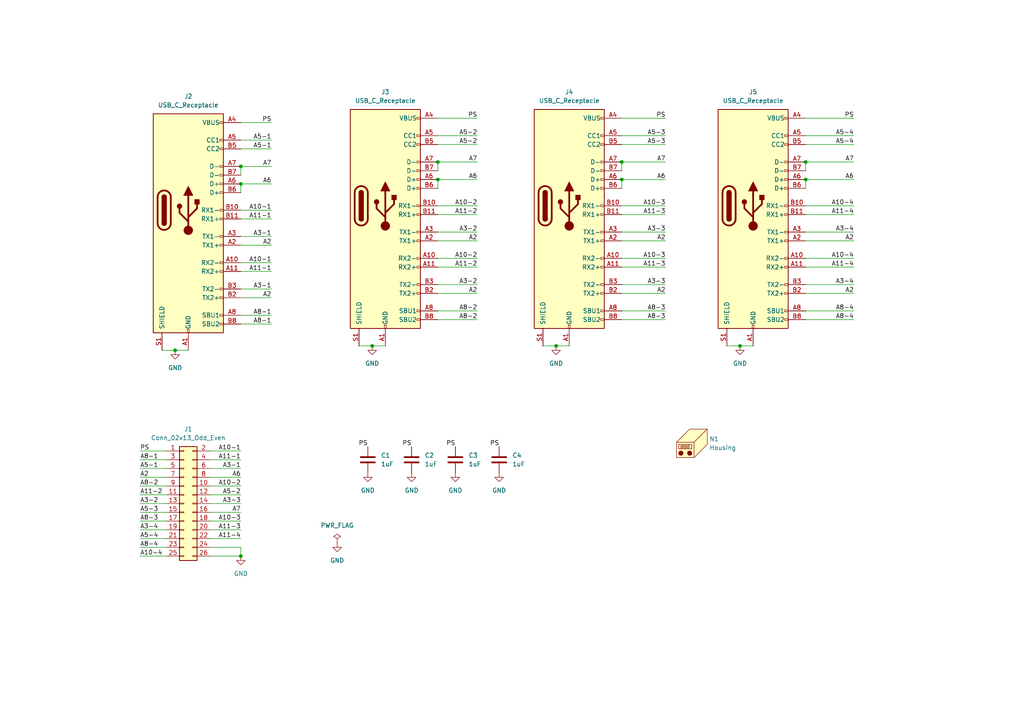
<source format=kicad_sch>
(kicad_sch (version 20211123) (generator eeschema)
  (paper "A4")
  (lib_symbols
    (symbol "Connector:USB_C_Receptacle" (pin_names (offset 1.016))
      (property "Reference" "J" (at -10.16 29.21 0))
      (property "Value" "USB_C_Receptacle" (at 10.16 29.21 0))
      (symbol "USB_C_Receptacle_0_0"
        (rectangle (start -0.254 -35.56) (end 0.254 -34.544))
        (rectangle (start 10.16 -32.766) (end 9.144 -33.274))
        (rectangle (start 10.16 -30.226) (end 9.144 -30.734))
        (rectangle (start 10.16 -25.146) (end 9.144 -25.654))
        (rectangle (start 10.16 -22.606) (end 9.144 -23.114))
        (rectangle (start 10.16 -17.526) (end 9.144 -18.034))
        (rectangle (start 10.16 -14.986) (end 9.144 -15.494))
        (rectangle (start 10.16 -9.906) (end 9.144 -10.414))
        (rectangle (start 10.16 -7.366) (end 9.144 -7.874))
        (rectangle (start 10.16 -2.286) (end 9.144 -2.794))
        (rectangle (start 10.16 0.254) (end 9.144 -0.254))
        (rectangle (start 10.16 5.334) (end 9.144 4.826))
        (rectangle (start 10.16 7.874) (end 9.144 7.366))
        (rectangle (start 10.16 10.414) (end 9.144 9.906))
        (rectangle (start 10.16 12.954) (end 9.144 12.446))
        (rectangle (start 10.16 18.034) (end 9.144 17.526))
        (rectangle (start 10.16 20.574) (end 9.144 20.066))
        (rectangle (start 10.16 25.654) (end 9.144 25.146))
      )
      (symbol "USB_C_Receptacle_0_1"
        (rectangle (start -10.16 27.94) (end 10.16 -35.56) (stroke (width 0.254)) (fill (type background)))
        (arc (start -8.89 -3.81) (mid -6.985 -5.715) (end -5.08 -3.81) (stroke (width 0.508)))
        (arc (start -7.62 -3.81) (mid -6.985 -4.445) (end -6.35 -3.81) (stroke (width 0.254)))
        (arc (start -7.62 -3.81) (mid -6.985 -4.445) (end -6.35 -3.81) (stroke (width 0.254)) (fill (type outline)))
        (rectangle (start -7.62 -3.81) (end -6.35 3.81) (stroke (width 0.254)) (fill (type outline)))
        (arc (start -6.35 3.81) (mid -6.985 4.445) (end -7.62 3.81) (stroke (width 0.254)))
        (arc (start -6.35 3.81) (mid -6.985 4.445) (end -7.62 3.81) (stroke (width 0.254)) (fill (type outline)))
        (arc (start -5.08 3.81) (mid -6.985 5.715) (end -8.89 3.81) (stroke (width 0.508)))
        (polyline (pts (xy -8.89 -3.81) (xy -8.89 3.81)) (stroke (width 0.508)))
        (polyline (pts (xy -5.08 3.81) (xy -5.08 -3.81)) (stroke (width 0.508)))
      )
      (symbol "USB_C_Receptacle_1_1"
        (circle (center -2.54 1.143) (radius 0.635) (stroke (width 0.254)) (fill (type outline)))
        (circle (center 0 -5.842) (radius 1.27) (fill (type outline)))
        (polyline (pts (xy 0 -5.842) (xy 0 4.318)) (stroke (width 0.508)))
        (polyline (pts (xy 0 -3.302) (xy -2.54 -0.762) (xy -2.54 0.508)) (stroke (width 0.508)))
        (polyline (pts (xy 0 -2.032) (xy 2.54 0.508) (xy 2.54 1.778)) (stroke (width 0.508)))
        (polyline (pts (xy -1.27 4.318) (xy 0 6.858) (xy 1.27 4.318) (xy -1.27 4.318)) (stroke (width 0.254)) (fill (type outline)))
        (rectangle (start 1.905 1.778) (end 3.175 3.048) (stroke (width 0.254)) (fill (type outline)))
        (pin passive line (at 0 -40.64 90) (length 5.08) (name "GND") (number "A1"))
        (pin bidirectional line (at 15.24 -15.24 180) (length 5.08) (name "RX2-") (number "A10"))
        (pin bidirectional line (at 15.24 -17.78 180) (length 5.08) (name "RX2+") (number "A11"))
        (pin passive line (at 0 -40.64 90) (length 5.08) hide (name "GND") (number "A12"))
        (pin bidirectional line (at 15.24 -10.16 180) (length 5.08) (name "TX1+") (number "A2"))
        (pin bidirectional line (at 15.24 -7.62 180) (length 5.08) (name "TX1-") (number "A3"))
        (pin passive line (at 15.24 25.4 180) (length 5.08) (name "VBUS") (number "A4"))
        (pin bidirectional line (at 15.24 20.32 180) (length 5.08) (name "CC1") (number "A5"))
        (pin bidirectional line (at 15.24 7.62 180) (length 5.08) (name "D+") (number "A6"))
        (pin bidirectional line (at 15.24 12.7 180) (length 5.08) (name "D-") (number "A7"))
        (pin bidirectional line (at 15.24 -30.48 180) (length 5.08) (name "SBU1") (number "A8"))
        (pin passive line (at 15.24 25.4 180) (length 5.08) hide (name "VBUS") (number "A9"))
        (pin passive line (at 0 -40.64 90) (length 5.08) hide (name "GND") (number "B1"))
        (pin bidirectional line (at 15.24 0 180) (length 5.08) (name "RX1-") (number "B10"))
        (pin bidirectional line (at 15.24 -2.54 180) (length 5.08) (name "RX1+") (number "B11"))
        (pin passive line (at 0 -40.64 90) (length 5.08) hide (name "GND") (number "B12"))
        (pin bidirectional line (at 15.24 -25.4 180) (length 5.08) (name "TX2+") (number "B2"))
        (pin bidirectional line (at 15.24 -22.86 180) (length 5.08) (name "TX2-") (number "B3"))
        (pin passive line (at 15.24 25.4 180) (length 5.08) hide (name "VBUS") (number "B4"))
        (pin bidirectional line (at 15.24 17.78 180) (length 5.08) (name "CC2") (number "B5"))
        (pin bidirectional line (at 15.24 5.08 180) (length 5.08) (name "D+") (number "B6"))
        (pin bidirectional line (at 15.24 10.16 180) (length 5.08) (name "D-") (number "B7"))
        (pin bidirectional line (at 15.24 -33.02 180) (length 5.08) (name "SBU2") (number "B8"))
        (pin passive line (at 15.24 25.4 180) (length 5.08) hide (name "VBUS") (number "B9"))
        (pin passive line (at -7.62 -40.64 90) (length 5.08) (name "SHIELD") (number "S1"))
      )
    )
    (symbol "Connector_Generic:Conn_02x13_Odd_Even" (pin_names (offset 1.016) hide)
      (property "Reference" "J" (at 1.27 17.78 0))
      (property "Value" "Conn_02x13_Odd_Even" (at 1.27 -17.78 0))
      (symbol "Conn_02x13_Odd_Even_1_1"
        (rectangle (start -1.27 -15.113) (end 0 -15.367) (stroke (width 0.1524)))
        (rectangle (start -1.27 -12.573) (end 0 -12.827) (stroke (width 0.1524)))
        (rectangle (start -1.27 -10.033) (end 0 -10.287) (stroke (width 0.1524)))
        (rectangle (start -1.27 -7.493) (end 0 -7.747) (stroke (width 0.1524)))
        (rectangle (start -1.27 -4.953) (end 0 -5.207) (stroke (width 0.1524)))
        (rectangle (start -1.27 -2.413) (end 0 -2.667) (stroke (width 0.1524)))
        (rectangle (start -1.27 0.127) (end 0 -0.127) (stroke (width 0.1524)))
        (rectangle (start -1.27 2.667) (end 0 2.413) (stroke (width 0.1524)))
        (rectangle (start -1.27 5.207) (end 0 4.953) (stroke (width 0.1524)))
        (rectangle (start -1.27 7.747) (end 0 7.493) (stroke (width 0.1524)))
        (rectangle (start -1.27 10.287) (end 0 10.033) (stroke (width 0.1524)))
        (rectangle (start -1.27 12.827) (end 0 12.573) (stroke (width 0.1524)))
        (rectangle (start -1.27 15.367) (end 0 15.113) (stroke (width 0.1524)))
        (rectangle (start -1.27 16.51) (end 3.81 -16.51) (stroke (width 0.254)) (fill (type background)))
        (rectangle (start 3.81 -15.113) (end 2.54 -15.367) (stroke (width 0.1524)))
        (rectangle (start 3.81 -12.573) (end 2.54 -12.827) (stroke (width 0.1524)))
        (rectangle (start 3.81 -10.033) (end 2.54 -10.287) (stroke (width 0.1524)))
        (rectangle (start 3.81 -7.493) (end 2.54 -7.747) (stroke (width 0.1524)))
        (rectangle (start 3.81 -4.953) (end 2.54 -5.207) (stroke (width 0.1524)))
        (rectangle (start 3.81 -2.413) (end 2.54 -2.667) (stroke (width 0.1524)))
        (rectangle (start 3.81 0.127) (end 2.54 -0.127) (stroke (width 0.1524)))
        (rectangle (start 3.81 2.667) (end 2.54 2.413) (stroke (width 0.1524)))
        (rectangle (start 3.81 5.207) (end 2.54 4.953) (stroke (width 0.1524)))
        (rectangle (start 3.81 7.747) (end 2.54 7.493) (stroke (width 0.1524)))
        (rectangle (start 3.81 10.287) (end 2.54 10.033) (stroke (width 0.1524)))
        (rectangle (start 3.81 12.827) (end 2.54 12.573) (stroke (width 0.1524)))
        (rectangle (start 3.81 15.367) (end 2.54 15.113) (stroke (width 0.1524)))
        (pin passive line (at -5.08 15.24 0) (length 3.81) (name "Pin_1") (number "1"))
        (pin passive line (at 7.62 5.08 180) (length 3.81) (name "Pin_10") (number "10"))
        (pin passive line (at -5.08 2.54 0) (length 3.81) (name "Pin_11") (number "11"))
        (pin passive line (at 7.62 2.54 180) (length 3.81) (name "Pin_12") (number "12"))
        (pin passive line (at -5.08 0 0) (length 3.81) (name "Pin_13") (number "13"))
        (pin passive line (at 7.62 0 180) (length 3.81) (name "Pin_14") (number "14"))
        (pin passive line (at -5.08 -2.54 0) (length 3.81) (name "Pin_15") (number "15"))
        (pin passive line (at 7.62 -2.54 180) (length 3.81) (name "Pin_16") (number "16"))
        (pin passive line (at -5.08 -5.08 0) (length 3.81) (name "Pin_17") (number "17"))
        (pin passive line (at 7.62 -5.08 180) (length 3.81) (name "Pin_18") (number "18"))
        (pin passive line (at -5.08 -7.62 0) (length 3.81) (name "Pin_19") (number "19"))
        (pin passive line (at 7.62 15.24 180) (length 3.81) (name "Pin_2") (number "2"))
        (pin passive line (at 7.62 -7.62 180) (length 3.81) (name "Pin_20") (number "20"))
        (pin passive line (at -5.08 -10.16 0) (length 3.81) (name "Pin_21") (number "21"))
        (pin passive line (at 7.62 -10.16 180) (length 3.81) (name "Pin_22") (number "22"))
        (pin passive line (at -5.08 -12.7 0) (length 3.81) (name "Pin_23") (number "23"))
        (pin passive line (at 7.62 -12.7 180) (length 3.81) (name "Pin_24") (number "24"))
        (pin passive line (at -5.08 -15.24 0) (length 3.81) (name "Pin_25") (number "25"))
        (pin passive line (at 7.62 -15.24 180) (length 3.81) (name "Pin_26") (number "26"))
        (pin passive line (at -5.08 12.7 0) (length 3.81) (name "Pin_3") (number "3"))
        (pin passive line (at 7.62 12.7 180) (length 3.81) (name "Pin_4") (number "4"))
        (pin passive line (at -5.08 10.16 0) (length 3.81) (name "Pin_5") (number "5"))
        (pin passive line (at 7.62 10.16 180) (length 3.81) (name "Pin_6") (number "6"))
        (pin passive line (at -5.08 7.62 0) (length 3.81) (name "Pin_7") (number "7"))
        (pin passive line (at 7.62 7.62 180) (length 3.81) (name "Pin_8") (number "8"))
        (pin passive line (at -5.08 5.08 0) (length 3.81) (name "Pin_9") (number "9"))
      )
    )
    (symbol "Device:C" (pin_numbers hide) (pin_names (offset 0.254))
      (property "Reference" "C" (at 0.635 2.54 0))
      (property "Value" "C" (at 0.635 -2.54 0))
      (symbol "C_0_1"
        (polyline (pts (xy -2.032 -0.762) (xy 2.032 -0.762)) (stroke (width 0.508)))
        (polyline (pts (xy -2.032 0.762) (xy 2.032 0.762)) (stroke (width 0.508)))
      )
      (symbol "C_1_1"
        (pin passive line (at 0 3.81 270) (length 2.794) (name "~") (number "1"))
        (pin passive line (at 0 -3.81 90) (length 2.794) (name "~") (number "2"))
      )
    )
    (symbol "Mechanical:Housing" (pin_names (offset 1.016))
      (property "Reference" "N" (at 3.81 0 0))
      (property "Value" "Housing" (at 3.81 -1.905 0))
      (symbol "Housing_0_1"
        (rectangle (start -5.08 -0.635) (end -1.27 -1.905))
        (circle (center -4.445 -3.175) (radius 0.635) (fill (type outline)))
        (circle (center -1.905 -3.175) (radius 0.635) (fill (type outline)))
        (polyline (pts (xy -4.5212 -1.5748) (xy -4.4704 -1.3716)))
        (polyline (pts (xy -4.4196 -1.6764) (xy -4.064 -1.6764)))
        (polyline (pts (xy -4.4196 -1.2192) (xy -4.3688 -0.9652)))
        (polyline (pts (xy -4.318 -1.3208) (xy -4.0132 -1.3208)))
        (polyline (pts (xy -4.2164 -0.9144) (xy -3.9116 -0.9144)))
        (polyline (pts (xy -3.9116 -1.6256) (xy -3.8608 -1.3716)))
        (polyline (pts (xy -3.81 -1.2192) (xy -3.7592 -0.9652)))
        (polyline (pts (xy -3.6068 -1.5748) (xy -3.556 -1.3716)))
        (polyline (pts (xy -3.5052 -1.6764) (xy -3.1496 -1.6764)))
        (polyline (pts (xy -3.5052 -1.2192) (xy -3.4544 -0.9652)))
        (polyline (pts (xy -3.4036 -1.3208) (xy -3.0988 -1.3208)))
        (polyline (pts (xy -3.302 -0.9144) (xy -2.9972 -0.9144)))
        (polyline (pts (xy -2.9972 -1.6256) (xy -2.9464 -1.3716)))
        (polyline (pts (xy -2.8956 -1.2192) (xy -2.8448 -0.9652)))
        (polyline (pts (xy -2.6924 -1.5748) (xy -2.6416 -1.3716)))
        (polyline (pts (xy -2.5908 -1.6764) (xy -2.2352 -1.6764)))
        (polyline (pts (xy -2.5908 -1.2192) (xy -2.54 -0.9652)))
        (polyline (pts (xy -2.4892 -1.3208) (xy -2.1844 -1.3208)))
        (polyline (pts (xy -2.3876 -0.9144) (xy -2.0828 -0.9144)))
        (polyline (pts (xy -2.0828 -1.6256) (xy -2.032 -1.3716)))
        (polyline (pts (xy -1.9812 -1.2192) (xy -1.9304 -0.9652)))
        (polyline (pts (xy -0.635 0) (xy -0.635 -4.445)))
        (polyline (pts (xy -5.715 0) (xy -0.635 0) (xy 3.175 3.81)))
        (polyline (pts (xy -5.715 0) (xy -5.715 -4.445) (xy -0.635 -4.445) (xy 3.175 -0.635) (xy 3.175 3.81) (xy -1.905 3.81) (xy -5.715 0)) (fill (type background)))
      )
    )
    (symbol "power:GND" (power) (pin_names (offset 0))
      (property "Value" "GND" (at 0 -3.81 0))
      (symbol "GND_0_1"
        (polyline (pts (xy 0 0) (xy 0 -1.27) (xy 1.27 -1.27) (xy 0 -2.54) (xy -1.27 -1.27) (xy 0 -1.27)))
      )
      (symbol "GND_1_1"
        (pin power_in line (at 0 0 270) (length 0) hide (name "GND") (number "1"))
      )
    )
    (symbol "power:PWR_FLAG" (power) (pin_numbers hide) (pin_names (offset 0) hide)
      (property "Value" "PWR_FLAG" (at 0 3.81 0))
      (symbol "PWR_FLAG_0_0"
        (pin power_out line (at 0 0 90) (length 0) (name "pwr") (number "1"))
      )
      (symbol "PWR_FLAG_0_1"
        (polyline (pts (xy 0 0) (xy 0 1.27) (xy -1.016 1.905) (xy 0 2.54) (xy 1.016 1.905) (xy 0 1.27)))
      )
    )
  )
  (junction (at 69.85 53.34))
  (junction (at 214.63 100.33))
  (junction (at 180.34 46.99))
  (junction (at 127 52.07))
  (junction (at 180.34 52.07))
  (junction (at 127 46.99))
  (junction (at 69.85 161.29))
  (junction (at 107.95 100.33))
  (junction (at 161.29 100.33))
  (junction (at 233.68 52.07))
  (junction (at 50.8 101.6))
  (junction (at 69.85 48.26))
  (junction (at 233.68 46.99))
  (wire (pts (xy 180.34 59.69) (xy 193.04 59.69)))
  (wire (pts (xy 180.34 85.09) (xy 193.04 85.09)))
  (wire (pts (xy 127 34.29) (xy 138.43 34.29)))
  (wire (pts (xy 180.34 92.71) (xy 193.04 92.71)))
  (wire (pts (xy 60.96 130.81) (xy 69.85 130.81)))
  (wire (pts (xy 127 41.91) (xy 138.43 41.91)))
  (wire (pts (xy 46.99 101.6) (xy 50.8 101.6)))
  (wire (pts (xy 180.34 62.23) (xy 193.04 62.23)))
  (wire (pts (xy 127 85.09) (xy 138.43 85.09)))
  (wire (pts (xy 233.68 90.17) (xy 247.65 90.17)))
  (wire (pts (xy 127 69.85) (xy 138.43 69.85)))
  (wire (pts (xy 233.68 62.23) (xy 247.65 62.23)))
  (wire (pts (xy 60.96 151.13) (xy 69.85 151.13)))
  (wire (pts (xy 40.64 138.43) (xy 48.26 138.43)))
  (wire (pts (xy 233.68 92.71) (xy 247.65 92.71)))
  (wire (pts (xy 233.68 74.93) (xy 247.65 74.93)))
  (wire (pts (xy 69.85 48.26) (xy 78.74 48.26)))
  (wire (pts (xy 69.85 76.2) (xy 78.74 76.2)))
  (wire (pts (xy 127 52.07) (xy 138.43 52.07)))
  (wire (pts (xy 69.85 91.44) (xy 78.74 91.44)))
  (wire (pts (xy 40.64 130.81) (xy 48.26 130.81)))
  (wire (pts (xy 180.34 34.29) (xy 193.04 34.29)))
  (wire (pts (xy 161.29 100.33) (xy 165.1 100.33)))
  (wire (pts (xy 60.96 138.43) (xy 69.85 138.43)))
  (wire (pts (xy 233.68 85.09) (xy 247.65 85.09)))
  (wire (pts (xy 40.64 151.13) (xy 48.26 151.13)))
  (wire (pts (xy 180.34 77.47) (xy 193.04 77.47)))
  (wire (pts (xy 69.85 35.56) (xy 78.74 35.56)))
  (wire (pts (xy 233.68 69.85) (xy 247.65 69.85)))
  (wire (pts (xy 127 92.71) (xy 138.43 92.71)))
  (wire (pts (xy 60.96 156.21) (xy 69.85 156.21)))
  (wire (pts (xy 233.68 82.55) (xy 247.65 82.55)))
  (wire (pts (xy 69.85 60.96) (xy 78.74 60.96)))
  (wire (pts (xy 60.96 140.97) (xy 69.85 140.97)))
  (wire (pts (xy 69.85 63.5) (xy 78.74 63.5)))
  (wire (pts (xy 40.64 133.35) (xy 48.26 133.35)))
  (wire (pts (xy 69.85 158.75) (xy 69.85 161.29)))
  (wire (pts (xy 40.64 158.75) (xy 48.26 158.75)))
  (wire (pts (xy 40.64 153.67) (xy 48.26 153.67)))
  (wire (pts (xy 127 46.99) (xy 138.43 46.99)))
  (wire (pts (xy 180.34 90.17) (xy 193.04 90.17)))
  (wire (pts (xy 127 52.07) (xy 127 54.61)))
  (wire (pts (xy 180.34 82.55) (xy 193.04 82.55)))
  (wire (pts (xy 69.85 78.74) (xy 78.74 78.74)))
  (wire (pts (xy 69.85 48.26) (xy 69.85 50.8)))
  (wire (pts (xy 127 90.17) (xy 138.43 90.17)))
  (wire (pts (xy 60.96 153.67) (xy 69.85 153.67)))
  (wire (pts (xy 69.85 53.34) (xy 78.74 53.34)))
  (wire (pts (xy 180.34 39.37) (xy 193.04 39.37)))
  (wire (pts (xy 233.68 52.07) (xy 233.68 54.61)))
  (wire (pts (xy 127 67.31) (xy 138.43 67.31)))
  (wire (pts (xy 180.34 69.85) (xy 193.04 69.85)))
  (wire (pts (xy 233.68 46.99) (xy 247.65 46.99)))
  (wire (pts (xy 60.96 148.59) (xy 69.85 148.59)))
  (wire (pts (xy 233.68 77.47) (xy 247.65 77.47)))
  (wire (pts (xy 40.64 135.89) (xy 48.26 135.89)))
  (wire (pts (xy 104.14 100.33) (xy 107.95 100.33)))
  (wire (pts (xy 127 82.55) (xy 138.43 82.55)))
  (wire (pts (xy 69.85 40.64) (xy 78.74 40.64)))
  (wire (pts (xy 233.68 67.31) (xy 247.65 67.31)))
  (wire (pts (xy 40.64 140.97) (xy 48.26 140.97)))
  (wire (pts (xy 127 77.47) (xy 138.43 77.47)))
  (wire (pts (xy 69.85 83.82) (xy 78.74 83.82)))
  (wire (pts (xy 233.68 41.91) (xy 247.65 41.91)))
  (wire (pts (xy 180.34 46.99) (xy 193.04 46.99)))
  (wire (pts (xy 69.85 68.58) (xy 78.74 68.58)))
  (wire (pts (xy 40.64 156.21) (xy 48.26 156.21)))
  (wire (pts (xy 214.63 100.33) (xy 218.44 100.33)))
  (wire (pts (xy 60.96 135.89) (xy 69.85 135.89)))
  (wire (pts (xy 210.82 100.33) (xy 214.63 100.33)))
  (wire (pts (xy 69.85 53.34) (xy 69.85 55.88)))
  (wire (pts (xy 233.68 34.29) (xy 247.65 34.29)))
  (wire (pts (xy 127 74.93) (xy 138.43 74.93)))
  (wire (pts (xy 233.68 52.07) (xy 247.65 52.07)))
  (wire (pts (xy 127 46.99) (xy 127 49.53)))
  (wire (pts (xy 180.34 52.07) (xy 180.34 54.61)))
  (wire (pts (xy 180.34 74.93) (xy 193.04 74.93)))
  (wire (pts (xy 40.64 161.29) (xy 48.26 161.29)))
  (wire (pts (xy 60.96 161.29) (xy 69.85 161.29)))
  (wire (pts (xy 60.96 146.05) (xy 69.85 146.05)))
  (wire (pts (xy 60.96 143.51) (xy 69.85 143.51)))
  (wire (pts (xy 233.68 46.99) (xy 233.68 49.53)))
  (wire (pts (xy 233.68 59.69) (xy 247.65 59.69)))
  (wire (pts (xy 60.96 158.75) (xy 69.85 158.75)))
  (wire (pts (xy 50.8 101.6) (xy 54.61 101.6)))
  (wire (pts (xy 69.85 86.36) (xy 78.74 86.36)))
  (wire (pts (xy 127 62.23) (xy 138.43 62.23)))
  (wire (pts (xy 107.95 100.33) (xy 111.76 100.33)))
  (wire (pts (xy 180.34 41.91) (xy 193.04 41.91)))
  (wire (pts (xy 127 59.69) (xy 138.43 59.69)))
  (wire (pts (xy 180.34 52.07) (xy 193.04 52.07)))
  (wire (pts (xy 69.85 93.98) (xy 78.74 93.98)))
  (wire (pts (xy 40.64 146.05) (xy 48.26 146.05)))
  (wire (pts (xy 180.34 67.31) (xy 193.04 67.31)))
  (wire (pts (xy 69.85 43.18) (xy 78.74 43.18)))
  (wire (pts (xy 180.34 46.99) (xy 180.34 49.53)))
  (wire (pts (xy 127 39.37) (xy 138.43 39.37)))
  (wire (pts (xy 60.96 133.35) (xy 69.85 133.35)))
  (wire (pts (xy 40.64 143.51) (xy 48.26 143.51)))
  (wire (pts (xy 69.85 71.12) (xy 78.74 71.12)))
  (wire (pts (xy 40.64 148.59) (xy 48.26 148.59)))
  (wire (pts (xy 157.48 100.33) (xy 161.29 100.33)))
  (wire (pts (xy 233.68 39.37) (xy 247.65 39.37)))
  (label "A5-3" (at 40.64 148.59 0))
  (label "A10-3" (at 193.04 59.69 180))
  (label "A3-1" (at 78.74 83.82 180))
  (label "A10-2" (at 138.43 74.93 180))
  (label "A2" (at 247.65 69.85 180))
  (label "A2" (at 138.43 85.09 180))
  (label "A10-4" (at 40.64 161.29 0))
  (label "A11-2" (at 138.43 77.47 180))
  (label "PS" (at 247.65 34.29 180))
  (label "A3-2" (at 138.43 67.31 180))
  (label "A10-2" (at 138.43 59.69 180))
  (label "PS" (at 132.08 129.54 180))
  (label "A11-1" (at 78.74 63.5 180))
  (label "A3-4" (at 247.65 67.31 180))
  (label "A5-2" (at 138.43 41.91 180))
  (label "A11-4" (at 247.65 77.47 180))
  (label "A10-1" (at 78.74 76.2 180))
  (label "A6" (at 193.04 52.07 180))
  (label "A8-3" (at 193.04 90.17 180))
  (label "A7" (at 69.85 148.59 180))
  (label "A3-3" (at 193.04 67.31 180))
  (label "A10-1" (at 78.74 60.96 180))
  (label "A3-2" (at 138.43 82.55 180))
  (label "A6" (at 247.65 52.07 180))
  (label "A7" (at 78.74 48.26 180))
  (label "A5-4" (at 247.65 41.91 180))
  (label "A8-1" (at 78.74 91.44 180))
  (label "A2" (at 138.43 69.85 180))
  (label "A8-4" (at 247.65 92.71 180))
  (label "A3-3" (at 69.85 146.05 180))
  (label "A6" (at 69.85 138.43 180))
  (label "A11-1" (at 69.85 133.35 180))
  (label "A5-3" (at 193.04 41.91 180))
  (label "A2" (at 78.74 86.36 180))
  (label "PS" (at 119.38 129.54 180))
  (label "A2" (at 78.74 71.12 180))
  (label "A11-2" (at 40.64 143.51 0))
  (label "A8-2" (at 40.64 140.97 0))
  (label "A3-4" (at 40.64 153.67 0))
  (label "A11-2" (at 138.43 62.23 180))
  (label "PS" (at 40.64 130.81 0))
  (label "A10-4" (at 247.65 74.93 180))
  (label "PS" (at 193.04 34.29 180))
  (label "A10-1" (at 69.85 130.81 180))
  (label "A8-3" (at 40.64 151.13 0))
  (label "A3-4" (at 247.65 82.55 180))
  (label "A5-2" (at 69.85 143.51 180))
  (label "A3-2" (at 40.64 146.05 0))
  (label "A2" (at 193.04 85.09 180))
  (label "A5-3" (at 193.04 39.37 180))
  (label "A8-4" (at 40.64 158.75 0))
  (label "A2" (at 193.04 69.85 180))
  (label "A7" (at 193.04 46.99 180))
  (label "A8-1" (at 40.64 133.35 0))
  (label "A6" (at 78.74 53.34 180))
  (label "A11-3" (at 193.04 62.23 180))
  (label "PS" (at 144.78 129.54 180))
  (label "A8-3" (at 193.04 92.71 180))
  (label "A8-1" (at 78.74 93.98 180))
  (label "A5-1" (at 78.74 43.18 180))
  (label "A10-3" (at 193.04 74.93 180))
  (label "A3-3" (at 193.04 82.55 180))
  (label "A8-2" (at 138.43 90.17 180))
  (label "PS" (at 78.74 35.56 180))
  (label "A10-2" (at 69.85 140.97 180))
  (label "A11-4" (at 247.65 62.23 180))
  (label "A10-3" (at 69.85 151.13 180))
  (label "A7" (at 247.65 46.99 180))
  (label "A5-2" (at 138.43 39.37 180))
  (label "PS" (at 138.43 34.29 180))
  (label "A11-3" (at 193.04 77.47 180))
  (label "A3-1" (at 78.74 68.58 180))
  (label "A7" (at 138.43 46.99 180))
  (label "A2" (at 247.65 85.09 180))
  (label "A5-1" (at 40.64 135.89 0))
  (label "PS" (at 106.68 129.54 180))
  (label "A11-1" (at 78.74 78.74 180))
  (label "A6" (at 138.43 52.07 180))
  (label "A3-1" (at 69.85 135.89 180))
  (label "A11-3" (at 69.85 153.67 180))
  (label "A10-4" (at 247.65 59.69 180))
  (label "A11-4" (at 69.85 156.21 180))
  (label "A5-4" (at 40.64 156.21 0))
  (label "A5-4" (at 247.65 39.37 180))
  (label "A2" (at 40.64 138.43 0))
  (label "A8-2" (at 138.43 92.71 180))
  (label "A8-4" (at 247.65 90.17 180))
  (label "A5-1" (at 78.74 40.64 180))
  (symbol (lib_id "Device:C") (at 144.78 133.35 0) (unit 1)
    (property "Reference" "C4" (at 148.59 132.0799 0) (effects (justify left)))
    (property "Value" "1uF" (at 148.59 134.6199 0) (effects (justify left)))
    (property "Footprint" "Capacitor_SMD:C_1206_3216Metric" (effects hide))
  )
  (symbol (lib_id "power:PWR_FLAG") (at 97.79 157.48 0) (unit 1)
    (property "Reference" "#FLG0101" (effects hide))
    (property "Value" "PWR_FLAG" (at 97.79 152.4 0))
  )
  (symbol (lib_id "power:GND") (at 132.08 137.16 0) (unit 1)
    (property "Reference" "#PWR06" (effects hide))
    (property "Value" "GND" (at 132.08 142.24 0))
  )
  (symbol (lib_id "power:GND") (at 106.68 137.16 0) (unit 1)
    (property "Reference" "#PWR03" (effects hide))
    (property "Value" "GND" (at 106.68 142.24 0))
  )
  (symbol (lib_id "power:GND") (at 144.78 137.16 0) (unit 1)
    (property "Reference" "#PWR07" (effects hide))
    (property "Value" "GND" (at 144.78 142.24 0))
  )
  (symbol (lib_id "Mechanical:Housing") (at 201.93 128.27 0) (unit 1)
    (property "Reference" "N1" (at 205.74 127.3174 0) (effects (justify left)))
    (property "Value" "Housing" (at 205.74 129.8574 0) (effects (justify left)))
    (property "Footprint" "custom_footprints:Enclosure-Gloxinia_front" (effects hide))
  )
  (symbol (lib_id "power:GND") (at 97.79 157.48 0) (unit 1)
    (property "Reference" "#PWR0101" (effects hide))
    (property "Value" "GND" (at 97.79 162.56 0))
  )
  (symbol (lib_id "Connector:USB_C_Receptacle") (at 218.44 59.69 0) (unit 1)
    (property "Reference" "J5" (at 218.44 26.67 0))
    (property "Value" "USB_C_Receptacle" (at 218.44 29.21 0))
    (property "Footprint" "custom_footprints:USB_C_Receptacle_Amphenol_12401861XX12A" (effects hide))
    (property "Datasheet" "https://www.usb.org/sites/default/files/documents/usb_type-c.zip" (effects hide))
  )
  (symbol (lib_id "power:GND") (at 107.95 100.33 0) (unit 1)
    (property "Reference" "#PWR04" (effects hide))
    (property "Value" "GND" (at 107.95 105.41 0))
  )
  (symbol (lib_id "Connector_Generic:Conn_02x13_Odd_Even") (at 53.34 146.05 0) (unit 1)
    (property "Reference" "J1" (at 54.61 124.46 0))
    (property "Value" "Conn_02x13_Odd_Even" (at 54.61 127 0))
    (property "Footprint" "Connector_PinHeader_2.54mm:PinHeader_2x13_P2.54mm_Vertical" (effects hide))
  )
  (symbol (lib_id "Device:C") (at 106.68 133.35 0) (unit 1)
    (property "Reference" "C1" (at 110.49 132.0799 0) (effects (justify left)))
    (property "Value" "1uF" (at 110.49 134.6199 0) (effects (justify left)))
    (property "Footprint" "Capacitor_SMD:C_1206_3216Metric" (effects hide))
  )
  (symbol (lib_id "Connector:USB_C_Receptacle") (at 165.1 59.69 0) (unit 1)
    (property "Reference" "J4" (at 165.1 26.67 0))
    (property "Value" "USB_C_Receptacle" (at 165.1 29.21 0))
    (property "Footprint" "custom_footprints:USB_C_Receptacle_Amphenol_12401861XX12A" (effects hide))
    (property "Datasheet" "https://www.usb.org/sites/default/files/documents/usb_type-c.zip" (effects hide))
  )
  (symbol (lib_id "power:GND") (at 69.85 161.29 0) (unit 1)
    (property "Reference" "#PWR02" (effects hide))
    (property "Value" "GND" (at 69.85 166.37 0))
  )
  (symbol (lib_id "power:GND") (at 50.8 101.6 0) (unit 1)
    (property "Reference" "#PWR01" (effects hide))
    (property "Value" "GND" (at 50.8 106.68 0))
  )
  (symbol (lib_id "power:GND") (at 119.38 137.16 0) (unit 1)
    (property "Reference" "#PWR05" (effects hide))
    (property "Value" "GND" (at 119.38 142.24 0))
  )
  (symbol (lib_id "Device:C") (at 132.08 133.35 0) (unit 1)
    (property "Reference" "C3" (at 135.89 132.0799 0) (effects (justify left)))
    (property "Value" "1uF" (at 135.89 134.6199 0) (effects (justify left)))
    (property "Footprint" "Capacitor_SMD:C_1206_3216Metric" (effects hide))
  )
  (symbol (lib_id "Connector:USB_C_Receptacle") (at 111.76 59.69 0) (unit 1)
    (property "Reference" "J3" (at 111.76 26.67 0))
    (property "Value" "USB_C_Receptacle" (at 111.76 29.21 0))
    (property "Footprint" "custom_footprints:USB_C_Receptacle_Amphenol_12401861XX12A" (effects hide))
    (property "Datasheet" "https://www.usb.org/sites/default/files/documents/usb_type-c.zip" (effects hide))
  )
  (symbol (lib_id "Connector:USB_C_Receptacle") (at 54.61 60.96 0) (unit 1)
    (property "Reference" "J2" (at 54.61 27.94 0))
    (property "Value" "USB_C_Receptacle" (at 54.61 30.48 0))
    (property "Footprint" "custom_footprints:USB_C_Receptacle_Amphenol_12401861XX12A" (effects hide))
    (property "Datasheet" "https://www.usb.org/sites/default/files/documents/usb_type-c.zip" (effects hide))
  )
  (symbol (lib_id "power:GND") (at 214.63 100.33 0) (unit 1)
    (property "Reference" "#PWR09" (effects hide))
    (property "Value" "GND" (at 214.63 105.41 0))
  )
  (symbol (lib_id "Device:C") (at 119.38 133.35 0) (unit 1)
    (property "Reference" "C2" (at 123.19 132.0799 0) (effects (justify left)))
    (property "Value" "1uF" (at 123.19 134.6199 0) (effects (justify left)))
    (property "Footprint" "Capacitor_SMD:C_1206_3216Metric" (effects hide))
  )
  (symbol (lib_id "power:GND") (at 161.29 100.33 0) (unit 1)
    (property "Reference" "#PWR08" (effects hide))
    (property "Value" "GND" (at 161.29 105.41 0))
  )
)
</source>
